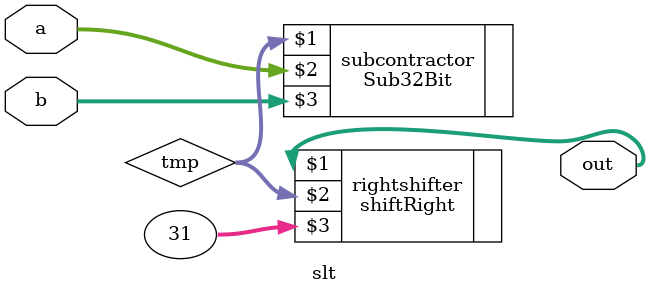
<source format=v>

module slt (
	output wire [31:0] out, 
	input wire [31:0] a, b
	);
	wire [31:0] tmp;

	Sub32Bit subcontractor (tmp, a, b); // subtract b from a, use 'tmp' to move the result

	shiftRight rightshifter (out, tmp, 31); //  shift 'tmp' right by 31b such that last (sign) is in the 0th column of 'out'

endmodule
		

</source>
